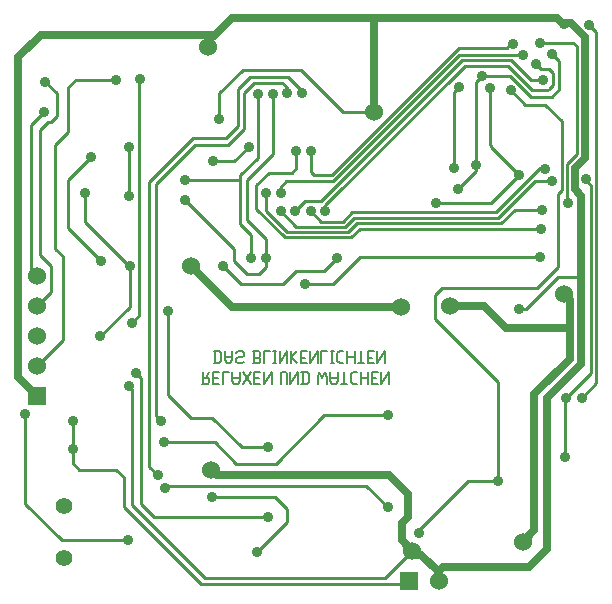
<source format=gbr>
G04 start of page 2 for group 0 idx 0 *
G04 Title: (unknown), component *
G04 Creator: pcb 20140316 *
G04 CreationDate: Sun 15 Feb 2015 03:48:22 PM GMT UTC *
G04 For: jeroen *
G04 Format: Gerber/RS-274X *
G04 PCB-Dimensions (mil): 6000.00 5000.00 *
G04 PCB-Coordinate-Origin: lower left *
%MOIN*%
%FSLAX25Y25*%
%LNBOTTOM*%
%ADD21C,0.0354*%
%ADD20C,0.0380*%
%ADD19C,0.0350*%
%ADD18C,0.0200*%
%ADD17C,0.0360*%
%ADD16C,0.0551*%
%ADD15C,0.0600*%
%ADD14C,0.0001*%
%ADD13C,0.0060*%
%ADD12C,0.0250*%
%ADD11C,0.0100*%
G54D11*X376772Y79134D02*X381496Y83858D01*
X371063Y78543D02*X379724Y87205D01*
G54D12*X365354Y78937D02*X376575Y90157D01*
X361024Y80315D02*X372835Y92126D01*
G54D11*X381496Y83858D02*Y200984D01*
X379134Y203346D01*
X379724Y142323D02*Y150000D01*
X377953Y151772D01*
G54D12*X370866Y113583D02*X372835Y111614D01*
X374409Y155709D02*X377756Y159055D01*
G54D11*X366732Y151181D02*X361220D01*
X371850Y156890D02*Y144291D01*
X369291Y181890D02*Y191339D01*
X366929Y193701D01*
X362795Y197441D02*X374016D01*
X375197Y196260D01*
X350000Y137205D02*X354528Y141732D01*
X363583D01*
X361220Y151181D02*X349016Y138976D01*
X362992Y155709D02*X348228Y140945D01*
X336024Y193307D02*X357283D01*
X353346Y191535D02*X337008D01*
X352362Y189764D02*X337795D01*
X363780Y185039D02*X359843D01*
X353346Y191535D01*
X360335Y181791D02*X352362Y189764D01*
X364567Y176772D02*X357874D01*
X353150Y181496D01*
X346654Y162598D02*X355906Y153346D01*
X346752Y162500D02*X346063Y163189D01*
Y182087D01*
X341535Y184449D02*Y154724D01*
X356004Y153248D02*X346654Y143898D01*
X335827Y195669D02*X351772D01*
X353346Y197244D01*
G54D12*X370669Y203937D02*X373228D01*
X377756Y199409D01*
G54D11*X368701Y205709D02*X370472Y203937D01*
G54D12*X370276D02*X368504Y205709D01*
G54D11*X375197Y160236D02*X371850Y156890D01*
X365748Y181890D02*X367126Y183268D01*
X365650Y181791D02*X360335D01*
X370079Y171260D02*X364567Y176772D01*
X369291Y181890D02*X366732Y179331D01*
X359843D01*
X367126Y183268D02*Y187205D01*
X365748Y188583D01*
X363189D01*
X361417Y190354D01*
G54D12*X377756Y199409D02*Y159055D01*
G54D11*X375197Y196260D02*Y160236D01*
X370079Y171457D02*Y148228D01*
X379724Y87205D02*Y142520D01*
G54D12*X376575Y90157D02*Y146457D01*
X374409Y148622D01*
Y155709D01*
X372835Y111614D02*Y92126D01*
G54D11*X368701Y146850D02*Y122638D01*
X371850Y144291D02*X372244Y143898D01*
X362992Y155709D02*X364173D01*
X364567Y155315D01*
X370079Y148228D02*X368701Y146850D01*
X355906Y108661D02*X358071D01*
X368701Y119291D01*
X376575D01*
X361811Y115748D02*X368701Y122638D01*
X348819Y84449D02*X327953Y105315D01*
Y113386D01*
X330315Y115748D01*
X361811D01*
G54D12*X332874Y109646D02*X344291D01*
X351575Y102362D01*
X372835D01*
G54D11*X335433Y148622D02*X341535Y154724D01*
X371063Y59843D02*Y78543D01*
X338976Y51181D02*X348622D01*
G54D12*X357087Y31102D02*X361024Y35039D01*
X365354Y28740D02*X359252Y22638D01*
X330512D01*
X361024Y35039D02*Y80315D01*
G54D11*X348819Y51181D02*Y84449D01*
G54D12*X365354Y78937D02*Y28740D01*
G54D11*X272047Y39370D02*X234252D01*
X251181Y18898D02*X311220D01*
X278543Y42126D02*Y37598D01*
X268504Y27559D01*
X317953Y16929D02*X250000D01*
X238780Y49803D02*X304921D01*
X253543Y46063D02*X274606D01*
X278543Y42126D01*
X274803Y57087D02*X261614D01*
G54D12*X253150Y55118D02*X255118Y53150D01*
G54D11*X312205Y42520D02*X304921Y49803D01*
X312205Y73228D02*X290945D01*
X274803Y57087D01*
G54D12*X255118Y53150D02*X312598D01*
G54D11*X234252Y39370D02*X229921Y43701D01*
X226772Y43307D02*X251181Y18898D01*
X237795Y48819D02*X238780Y49803D01*
X250000Y16929D02*X224213Y42717D01*
Y52559D01*
X261614Y57087D02*X254528Y64173D01*
X272047Y62598D02*X263386D01*
X253543Y72441D01*
X246457D01*
X254528Y64173D02*X237598D01*
X235433Y53150D02*X232480Y56102D01*
X236614Y71260D02*X234843Y73031D01*
X226772Y77165D02*Y43307D01*
X246457Y72441D02*X238976Y79921D01*
X226772Y76969D02*Y81890D01*
X225787Y82874D01*
X322638Y34843D02*X338976Y51181D01*
X322638Y34055D02*Y34843D01*
G54D12*X312598Y53150D02*X318701Y47047D01*
Y39370D01*
X316732Y37402D01*
Y31496D01*
X329134Y20866D02*X323228Y26772D01*
X329134Y18110D02*Y20866D01*
X330512Y22638D02*X328937Y21063D01*
X323228Y26772D02*X320276D01*
G54D11*X311220Y18898D02*X320276Y27953D01*
X319134Y18110D02*X317953Y16929D01*
G54D12*X316732Y31496D02*X320276Y27953D01*
G54D11*X301772Y137205D02*X350000D01*
X349016Y138976D02*X300984D01*
X348228Y140945D02*X300197D01*
X363189Y135236D02*X302756D01*
X346654Y143898D02*X328150D01*
X362795Y125984D02*X302756D01*
X293504Y153346D02*X335827Y195669D01*
X334252Y155709D02*Y180906D01*
G54D12*X307480Y174409D02*Y205709D01*
G54D11*X297244Y174409D02*X307480D01*
X293898Y151181D02*X336024Y193307D01*
X289961Y144488D02*X337008Y191535D01*
X291339Y143307D02*X337795Y189764D01*
X334252Y180906D02*X336024Y182677D01*
X359843Y179331D02*X352756Y186417D01*
X343307D01*
G54D12*X368504Y205709D02*X300591D01*
G54D11*X354528Y205512D02*X354724Y205709D01*
X341535Y184449D02*X343504Y186417D01*
X286614Y141142D02*X286417Y141339D01*
X289961Y144488D02*X284449D01*
X281299Y141339D01*
X291339D02*Y143307D01*
X289961Y137795D02*X286417Y141339D01*
X281693Y136024D02*X276378Y141339D01*
X300197Y140945D02*X297047Y137795D01*
X289961D01*
X300984Y138976D02*X298031Y136024D01*
X298819Y134252D02*X301772Y137205D01*
X298031Y136024D02*X281693D01*
X278543Y134252D02*X298819D01*
X277756Y132480D02*X300000D01*
X302756Y135236D01*
X260827Y157874D02*X265748Y162795D01*
X302756Y125984D02*X293701Y116929D01*
X290748Y121457D02*X295079Y125787D01*
X293701Y116929D02*X284449D01*
X277165Y117126D02*X281496Y121457D01*
X290748D01*
G54D12*X260236Y109449D02*X316535D01*
G54D11*X263189Y117126D02*X277165D01*
X271457Y125394D02*Y122638D01*
X269291Y120472D01*
X265354D01*
X261024Y124803D01*
Y128543D01*
X276378Y149409D02*Y147441D01*
X271457D02*Y141339D01*
X278543Y134252D01*
X268307Y150000D02*Y141929D01*
X277756Y132480D01*
X265157Y151772D02*Y138386D01*
X262992Y136811D02*Y153150D01*
X265157Y138386D02*X271457Y132087D01*
Y125591D01*
X266535D02*Y133268D01*
X262992Y136811D01*
G54D12*X246654Y123031D02*X260236Y109449D01*
G54D11*X257283Y123031D02*X263189Y117126D01*
X261024Y128543D02*X244685Y144882D01*
X262992Y151772D02*X244882D01*
X293898Y151181D02*X278150D01*
X293504Y153346D02*X287402D01*
X286417Y154331D01*
X278150Y151181D02*X276378Y149409D01*
X272441Y154134D02*X280118D01*
X281496Y155512D01*
Y161220D01*
X286417Y154331D02*Y161220D01*
X272441Y154134D02*X268307Y150000D01*
X273819Y160433D02*X265157Y151772D01*
X262992Y153150D02*X268701Y158858D01*
X247047Y165551D02*X232480Y150984D01*
X225787Y146457D02*Y162795D01*
X234843Y150197D02*X248031Y163386D01*
X258858D01*
X253740Y157874D02*X260827D01*
X273819Y180315D02*Y160433D01*
X268701Y158858D02*Y180315D01*
X264173Y168701D02*Y180709D01*
X267520Y184055D01*
X262205Y182087D02*Y169685D01*
X267520Y184055D02*X276969D01*
X278543Y182480D01*
Y180512D01*
X283661D02*Y181299D01*
X278937Y186024D01*
X283268Y188386D02*X297244Y174409D01*
X262205Y169685D02*X258071Y165551D01*
X258858Y163386D02*X264173Y168701D01*
X255709Y171457D02*X255906Y171654D01*
Y180512D01*
X258071Y165551D02*X247047D01*
X278937Y186024D02*X266142D01*
X263780Y188386D02*X283268D01*
G54D12*X260236Y205709D02*X300787D01*
X254528Y200000D02*X196457D01*
X188976Y192520D01*
X252165Y196063D02*Y200000D01*
G54D11*X266142Y186024D02*X262205Y182087D01*
X255906Y180512D02*X263780Y188386D01*
G54D12*X254331Y199803D02*X260236Y205709D01*
X188976Y192520D02*Y127559D01*
G54D11*X197638Y174409D02*X193110Y169882D01*
Y121850D01*
X196063Y126772D02*Y168307D01*
X195276Y109685D02*X199803Y114213D01*
X203543Y31496D02*X191339Y43701D01*
Y73622D01*
X203740Y108071D02*Y98150D01*
X195276Y89685D01*
X199803Y114213D02*Y123031D01*
X203740Y126181D02*Y108150D01*
X199803Y123031D02*X196063Y126772D01*
X201181Y128740D02*X203740Y126181D01*
G54D12*X188976Y127756D02*Y85984D01*
X195276Y79685D01*
G54D11*X193110Y121850D02*X195276Y119685D01*
X201181Y163189D02*Y128740D01*
X205512Y151772D02*Y135630D01*
X201772Y172835D02*Y180709D01*
X198031Y184449D01*
X221654Y185039D02*X208071D01*
X229528Y185236D02*X229921Y184843D01*
X208071Y185039D02*X205512Y182480D01*
X196063Y168307D02*X198819Y171063D01*
X200000D01*
X201772Y172835D01*
X205512Y182480D02*Y167520D01*
X201181Y163189D01*
X213189Y159449D02*X205512Y151772D01*
X226181Y122835D02*Y109449D01*
X232480Y56102D02*Y150984D01*
X234843Y73031D02*Y150197D01*
X226969Y104134D02*X229331Y106496D01*
X229921Y43701D02*Y85630D01*
X226181Y109449D02*X216339Y99606D01*
X211220Y147244D02*Y137598D01*
X226181Y122638D01*
X205512Y135630D02*X216535Y124606D01*
X207087Y71260D02*Y57283D01*
X209252Y55118D01*
X221654D01*
X225394Y31496D02*X203543D01*
X229331Y106496D02*Y185236D01*
X221654Y55118D02*X224213Y52559D01*
X238976Y79921D02*Y108071D01*
X228346Y87205D02*X229921Y85630D01*
G54D13*X254634Y90567D02*Y94567D01*
X255934Y90567D02*X256634Y91267D01*
Y93867D01*
X255934Y94567D02*X256634Y93867D01*
X254134Y94567D02*X255934D01*
X254134Y90567D02*X255934D01*
X257834Y91567D02*Y94567D01*
Y91567D02*X258534Y90567D01*
X259634D01*
X260334Y91567D01*
Y94567D01*
X257834Y92567D02*X260334D01*
X263534Y90567D02*X264034Y91067D01*
X262034Y90567D02*X263534D01*
X261534Y91067D02*X262034Y90567D01*
X261534Y91067D02*Y92067D01*
X262034Y92567D01*
X263534D01*
X264034Y93067D01*
Y94067D01*
X263534Y94567D02*X264034Y94067D01*
X262034Y94567D02*X263534D01*
X261534Y94067D02*X262034Y94567D01*
X267034D02*X269034D01*
X269534Y94067D01*
Y92867D02*Y94067D01*
X269034Y92367D02*X269534Y92867D01*
X267534Y92367D02*X269034D01*
X267534Y90567D02*Y94567D01*
X267034Y90567D02*X269034D01*
X269534Y91067D01*
Y91867D01*
X269034Y92367D02*X269534Y91867D01*
X270734Y90567D02*Y94567D01*
X272734D01*
X273934Y90567D02*X274934D01*
X274434D02*Y94567D01*
X273934D02*X274934D01*
X276134Y90567D02*Y94567D01*
Y90567D02*X278634Y94567D01*
Y90567D02*Y94567D01*
X279834Y90567D02*Y94567D01*
Y92567D02*X281834Y90567D01*
X279834Y92567D02*X281834Y94567D01*
X283034Y92367D02*X284534D01*
X283034Y94567D02*X285034D01*
X283034Y90567D02*Y94567D01*
Y90567D02*X285034D01*
X286234D02*Y94567D01*
Y90567D02*X288734Y94567D01*
Y90567D02*Y94567D01*
X289934Y90567D02*Y94567D01*
X291934D01*
X293134Y90567D02*X294134D01*
X293634D02*Y94567D01*
X293134D02*X294134D01*
X296034D02*X297334D01*
X295334Y93867D02*X296034Y94567D01*
X295334Y91267D02*Y93867D01*
Y91267D02*X296034Y90567D01*
X297334D01*
X298534D02*Y94567D01*
X301034Y90567D02*Y94567D01*
X298534Y92567D02*X301034D01*
X302234Y90567D02*X304234D01*
X303234D02*Y94567D01*
X305434Y92367D02*X306934D01*
X305434Y94567D02*X307434D01*
X305434Y90567D02*Y94567D01*
Y90567D02*X307434D01*
X308634D02*Y94567D01*
Y90567D02*X311134Y94567D01*
Y90567D02*Y94567D01*
X250197Y83677D02*X252197D01*
X252697Y84177D01*
Y85177D01*
X252197Y85677D02*X252697Y85177D01*
X250697Y85677D02*X252197D01*
X250697Y83677D02*Y87677D01*
X251497Y85677D02*X252697Y87677D01*
X253897Y85477D02*X255397D01*
X253897Y87677D02*X255897D01*
X253897Y83677D02*Y87677D01*
Y83677D02*X255897D01*
X257097D02*Y87677D01*
X259097D01*
X260297Y84677D02*Y87677D01*
Y84677D02*X260997Y83677D01*
X262097D01*
X262797Y84677D01*
Y87677D01*
X260297Y85677D02*X262797D01*
X263997Y87677D02*X266497Y83677D01*
X263997D02*X266497Y87677D01*
X267697Y85477D02*X269197D01*
X267697Y87677D02*X269697D01*
X267697Y83677D02*Y87677D01*
Y83677D02*X269697D01*
X270897D02*Y87677D01*
Y83677D02*X273397Y87677D01*
Y83677D02*Y87677D01*
X276397Y83677D02*Y87177D01*
X276897Y87677D01*
X277897D01*
X278397Y87177D01*
Y83677D02*Y87177D01*
X279597Y83677D02*Y87677D01*
Y83677D02*X282097Y87677D01*
Y83677D02*Y87677D01*
X283797Y83677D02*Y87677D01*
X285097Y83677D02*X285797Y84377D01*
Y86977D01*
X285097Y87677D02*X285797Y86977D01*
X283297Y87677D02*X285097D01*
X283297Y83677D02*X285097D01*
X288797D02*Y85677D01*
X289297Y87677D01*
X290297Y85677D01*
X291297Y87677D01*
X291797Y85677D01*
Y83677D02*Y85677D01*
X292997Y84677D02*Y87677D01*
Y84677D02*X293697Y83677D01*
X294797D01*
X295497Y84677D01*
Y87677D01*
X292997Y85677D02*X295497D01*
X296697Y83677D02*X298697D01*
X297697D02*Y87677D01*
X300597D02*X301897D01*
X299897Y86977D02*X300597Y87677D01*
X299897Y84377D02*Y86977D01*
Y84377D02*X300597Y83677D01*
X301897D01*
X303097D02*Y87677D01*
X305597Y83677D02*Y87677D01*
X303097Y85677D02*X305597D01*
X306797Y85477D02*X308297D01*
X306797Y87677D02*X308797D01*
X306797Y83677D02*Y87677D01*
Y83677D02*X308797D01*
X309997D02*Y87677D01*
Y83677D02*X312497Y87677D01*
Y83677D02*Y87677D01*
G54D14*G36*
X192276Y82685D02*Y76685D01*
X198276D01*
Y82685D01*
X192276D01*
G37*
G54D15*X195276Y89685D03*
Y99685D03*
Y109685D03*
Y119685D03*
G54D14*G36*
X316134Y21110D02*Y15110D01*
X322134D01*
Y21110D01*
X316134D01*
G37*
G54D15*X329134Y18110D03*
G54D16*X204331Y25591D03*
Y42913D03*
G54D17*X379134Y203346D03*
X370866Y203543D03*
X281299Y141339D03*
X286417D03*
X291339D03*
X276378D03*
X328150Y143898D03*
G54D15*X370866Y113583D03*
G54D17*X355906Y108661D03*
G54D15*X316535Y109449D03*
X332874Y109646D03*
G54D17*X363189Y135236D03*
X362795Y125984D03*
X363583Y141732D03*
X372244Y143898D03*
X366732Y151181D03*
X364567Y155315D03*
X355906Y153346D03*
X335433Y148622D03*
X276378Y147441D03*
X271457D03*
X281496Y161220D03*
X253740Y157874D03*
X265748Y162795D03*
X286417Y161220D03*
G54D15*X307480Y174409D03*
G54D17*X273819Y180315D03*
X268701D03*
X255906Y171850D03*
X278543Y180512D03*
G54D15*X252165Y196063D03*
G54D17*X283661Y180512D03*
X197638Y174409D03*
X225787Y162795D03*
X211220Y147244D03*
X213189Y159449D03*
X198031Y184449D03*
X221654Y185039D03*
X229528Y185236D03*
X346063Y182283D03*
X336024Y182677D03*
X343504Y186417D03*
X341535Y156496D03*
X334252Y155709D03*
X378346Y151969D03*
X363780Y185039D03*
X357283Y193307D03*
X361417Y190354D03*
X353150Y181496D03*
X353937Y196850D03*
X366929Y193701D03*
X362795Y197441D03*
G54D15*X320276Y27953D03*
G54D17*X322638Y34055D03*
X348819Y51181D03*
X371260Y59449D03*
G54D15*X357087Y31102D03*
G54D17*X312205Y73228D03*
X371654Y78937D03*
X376772Y79134D03*
X236614Y71260D03*
X235433Y53150D03*
X237402Y64173D03*
X237795Y48819D03*
X312205Y42520D03*
G54D15*X253150Y55118D03*
G54D17*X253543Y46063D03*
X272047Y39370D03*
X268504Y27559D03*
X272047Y62598D03*
X191339Y73622D03*
X207087Y71260D03*
Y61811D03*
X225394Y31496D03*
X225787Y82874D03*
X228346Y87205D03*
X271457Y125591D03*
X295079Y125787D03*
X284449Y116929D03*
X266535Y125591D03*
X257283Y123031D03*
X244685Y144882D03*
Y151772D03*
X225787Y146457D03*
G54D15*X246654Y123031D03*
G54D17*X226181Y122835D03*
X216339Y99606D03*
X216535Y124606D03*
X238976Y108071D03*
X226969Y104134D03*
G54D18*G54D19*G54D18*G54D19*G54D18*G54D19*G54D18*G54D19*G54D18*G54D19*G54D18*G54D19*G54D18*G54D19*G54D18*G54D19*G54D18*G54D20*G54D21*M02*

</source>
